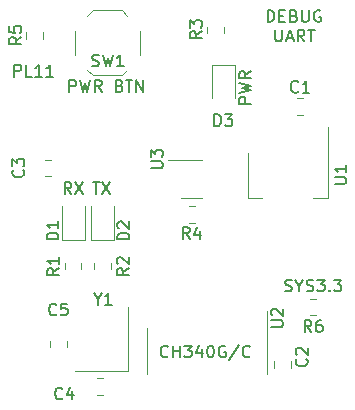
<source format=gbr>
G04 #@! TF.GenerationSoftware,KiCad,Pcbnew,5.1.6*
G04 #@! TF.CreationDate,2020-06-22T00:18:59+03:00*
G04 #@! TF.ProjectId,nanopicore_debug,6e616e6f-7069-4636-9f72-655f64656275,rev?*
G04 #@! TF.SameCoordinates,Original*
G04 #@! TF.FileFunction,Legend,Top*
G04 #@! TF.FilePolarity,Positive*
%FSLAX46Y46*%
G04 Gerber Fmt 4.6, Leading zero omitted, Abs format (unit mm)*
G04 Created by KiCad (PCBNEW 5.1.6) date 2020-06-22 00:18:59*
%MOMM*%
%LPD*%
G01*
G04 APERTURE LIST*
%ADD10C,0.150000*%
%ADD11C,0.120000*%
G04 APERTURE END LIST*
D10*
X80192952Y-50744380D02*
X80192952Y-49744380D01*
X80573904Y-49744380D01*
X80669142Y-49792000D01*
X80716761Y-49839619D01*
X80764380Y-49934857D01*
X80764380Y-50077714D01*
X80716761Y-50172952D01*
X80669142Y-50220571D01*
X80573904Y-50268190D01*
X80192952Y-50268190D01*
X81097714Y-49744380D02*
X81335809Y-50744380D01*
X81526285Y-50030095D01*
X81716761Y-50744380D01*
X81954857Y-49744380D01*
X82907238Y-50744380D02*
X82573904Y-50268190D01*
X82335809Y-50744380D02*
X82335809Y-49744380D01*
X82716761Y-49744380D01*
X82812000Y-49792000D01*
X82859619Y-49839619D01*
X82907238Y-49934857D01*
X82907238Y-50077714D01*
X82859619Y-50172952D01*
X82812000Y-50220571D01*
X82716761Y-50268190D01*
X82335809Y-50268190D01*
X84431047Y-50220571D02*
X84573904Y-50268190D01*
X84621523Y-50315809D01*
X84669142Y-50411047D01*
X84669142Y-50553904D01*
X84621523Y-50649142D01*
X84573904Y-50696761D01*
X84478666Y-50744380D01*
X84097714Y-50744380D01*
X84097714Y-49744380D01*
X84431047Y-49744380D01*
X84526285Y-49792000D01*
X84573904Y-49839619D01*
X84621523Y-49934857D01*
X84621523Y-50030095D01*
X84573904Y-50125333D01*
X84526285Y-50172952D01*
X84431047Y-50220571D01*
X84097714Y-50220571D01*
X84954857Y-49744380D02*
X85526285Y-49744380D01*
X85240571Y-50744380D02*
X85240571Y-49744380D01*
X85859619Y-50744380D02*
X85859619Y-49744380D01*
X86431047Y-50744380D01*
X86431047Y-49744380D01*
X98457047Y-67587761D02*
X98599904Y-67635380D01*
X98838000Y-67635380D01*
X98933238Y-67587761D01*
X98980857Y-67540142D01*
X99028476Y-67444904D01*
X99028476Y-67349666D01*
X98980857Y-67254428D01*
X98933238Y-67206809D01*
X98838000Y-67159190D01*
X98647523Y-67111571D01*
X98552285Y-67063952D01*
X98504666Y-67016333D01*
X98457047Y-66921095D01*
X98457047Y-66825857D01*
X98504666Y-66730619D01*
X98552285Y-66683000D01*
X98647523Y-66635380D01*
X98885619Y-66635380D01*
X99028476Y-66683000D01*
X99647523Y-67159190D02*
X99647523Y-67635380D01*
X99314190Y-66635380D02*
X99647523Y-67159190D01*
X99980857Y-66635380D01*
X100266571Y-67587761D02*
X100409428Y-67635380D01*
X100647523Y-67635380D01*
X100742761Y-67587761D01*
X100790380Y-67540142D01*
X100838000Y-67444904D01*
X100838000Y-67349666D01*
X100790380Y-67254428D01*
X100742761Y-67206809D01*
X100647523Y-67159190D01*
X100457047Y-67111571D01*
X100361809Y-67063952D01*
X100314190Y-67016333D01*
X100266571Y-66921095D01*
X100266571Y-66825857D01*
X100314190Y-66730619D01*
X100361809Y-66683000D01*
X100457047Y-66635380D01*
X100695142Y-66635380D01*
X100838000Y-66683000D01*
X101171333Y-66635380D02*
X101790380Y-66635380D01*
X101457047Y-67016333D01*
X101599904Y-67016333D01*
X101695142Y-67063952D01*
X101742761Y-67111571D01*
X101790380Y-67206809D01*
X101790380Y-67444904D01*
X101742761Y-67540142D01*
X101695142Y-67587761D01*
X101599904Y-67635380D01*
X101314190Y-67635380D01*
X101218952Y-67587761D01*
X101171333Y-67540142D01*
X102218952Y-67540142D02*
X102266571Y-67587761D01*
X102218952Y-67635380D01*
X102171333Y-67587761D01*
X102218952Y-67540142D01*
X102218952Y-67635380D01*
X102599904Y-66635380D02*
X103218952Y-66635380D01*
X102885619Y-67016333D01*
X103028476Y-67016333D01*
X103123714Y-67063952D01*
X103171333Y-67111571D01*
X103218952Y-67206809D01*
X103218952Y-67444904D01*
X103171333Y-67540142D01*
X103123714Y-67587761D01*
X103028476Y-67635380D01*
X102742761Y-67635380D01*
X102647523Y-67587761D01*
X102599904Y-67540142D01*
X75530952Y-49452380D02*
X75530952Y-48452380D01*
X75911904Y-48452380D01*
X76007142Y-48500000D01*
X76054761Y-48547619D01*
X76102380Y-48642857D01*
X76102380Y-48785714D01*
X76054761Y-48880952D01*
X76007142Y-48928571D01*
X75911904Y-48976190D01*
X75530952Y-48976190D01*
X77007142Y-49452380D02*
X76530952Y-49452380D01*
X76530952Y-48452380D01*
X77864285Y-49452380D02*
X77292857Y-49452380D01*
X77578571Y-49452380D02*
X77578571Y-48452380D01*
X77483333Y-48595238D01*
X77388095Y-48690476D01*
X77292857Y-48738095D01*
X78816666Y-49452380D02*
X78245238Y-49452380D01*
X78530952Y-49452380D02*
X78530952Y-48452380D01*
X78435714Y-48595238D01*
X78340476Y-48690476D01*
X78245238Y-48738095D01*
X96961904Y-44827380D02*
X96961904Y-43827380D01*
X97200000Y-43827380D01*
X97342857Y-43875000D01*
X97438095Y-43970238D01*
X97485714Y-44065476D01*
X97533333Y-44255952D01*
X97533333Y-44398809D01*
X97485714Y-44589285D01*
X97438095Y-44684523D01*
X97342857Y-44779761D01*
X97200000Y-44827380D01*
X96961904Y-44827380D01*
X97961904Y-44303571D02*
X98295238Y-44303571D01*
X98438095Y-44827380D02*
X97961904Y-44827380D01*
X97961904Y-43827380D01*
X98438095Y-43827380D01*
X99200000Y-44303571D02*
X99342857Y-44351190D01*
X99390476Y-44398809D01*
X99438095Y-44494047D01*
X99438095Y-44636904D01*
X99390476Y-44732142D01*
X99342857Y-44779761D01*
X99247619Y-44827380D01*
X98866666Y-44827380D01*
X98866666Y-43827380D01*
X99200000Y-43827380D01*
X99295238Y-43875000D01*
X99342857Y-43922619D01*
X99390476Y-44017857D01*
X99390476Y-44113095D01*
X99342857Y-44208333D01*
X99295238Y-44255952D01*
X99200000Y-44303571D01*
X98866666Y-44303571D01*
X99866666Y-43827380D02*
X99866666Y-44636904D01*
X99914285Y-44732142D01*
X99961904Y-44779761D01*
X100057142Y-44827380D01*
X100247619Y-44827380D01*
X100342857Y-44779761D01*
X100390476Y-44732142D01*
X100438095Y-44636904D01*
X100438095Y-43827380D01*
X101438095Y-43875000D02*
X101342857Y-43827380D01*
X101200000Y-43827380D01*
X101057142Y-43875000D01*
X100961904Y-43970238D01*
X100914285Y-44065476D01*
X100866666Y-44255952D01*
X100866666Y-44398809D01*
X100914285Y-44589285D01*
X100961904Y-44684523D01*
X101057142Y-44779761D01*
X101200000Y-44827380D01*
X101295238Y-44827380D01*
X101438095Y-44779761D01*
X101485714Y-44732142D01*
X101485714Y-44398809D01*
X101295238Y-44398809D01*
X97604761Y-45477380D02*
X97604761Y-46286904D01*
X97652380Y-46382142D01*
X97700000Y-46429761D01*
X97795238Y-46477380D01*
X97985714Y-46477380D01*
X98080952Y-46429761D01*
X98128571Y-46382142D01*
X98176190Y-46286904D01*
X98176190Y-45477380D01*
X98604761Y-46191666D02*
X99080952Y-46191666D01*
X98509523Y-46477380D02*
X98842857Y-45477380D01*
X99176190Y-46477380D01*
X100080952Y-46477380D02*
X99747619Y-46001190D01*
X99509523Y-46477380D02*
X99509523Y-45477380D01*
X99890476Y-45477380D01*
X99985714Y-45525000D01*
X100033333Y-45572619D01*
X100080952Y-45667857D01*
X100080952Y-45810714D01*
X100033333Y-45905952D01*
X99985714Y-45953571D01*
X99890476Y-46001190D01*
X99509523Y-46001190D01*
X100366666Y-45477380D02*
X100938095Y-45477380D01*
X100652380Y-46477380D02*
X100652380Y-45477380D01*
X95552380Y-51733333D02*
X94552380Y-51733333D01*
X94552380Y-51352380D01*
X94600000Y-51257142D01*
X94647619Y-51209523D01*
X94742857Y-51161904D01*
X94885714Y-51161904D01*
X94980952Y-51209523D01*
X95028571Y-51257142D01*
X95076190Y-51352380D01*
X95076190Y-51733333D01*
X94552380Y-50828571D02*
X95552380Y-50590476D01*
X94838095Y-50400000D01*
X95552380Y-50209523D01*
X94552380Y-49971428D01*
X95552380Y-49019047D02*
X95076190Y-49352380D01*
X95552380Y-49590476D02*
X94552380Y-49590476D01*
X94552380Y-49209523D01*
X94600000Y-49114285D01*
X94647619Y-49066666D01*
X94742857Y-49019047D01*
X94885714Y-49019047D01*
X94980952Y-49066666D01*
X95028571Y-49114285D01*
X95076190Y-49209523D01*
X95076190Y-49590476D01*
X82169095Y-58380380D02*
X82740523Y-58380380D01*
X82454809Y-59380380D02*
X82454809Y-58380380D01*
X82978619Y-58380380D02*
X83645285Y-59380380D01*
X83645285Y-58380380D02*
X82978619Y-59380380D01*
X80351333Y-59380380D02*
X80018000Y-58904190D01*
X79779904Y-59380380D02*
X79779904Y-58380380D01*
X80160857Y-58380380D01*
X80256095Y-58428000D01*
X80303714Y-58475619D01*
X80351333Y-58570857D01*
X80351333Y-58713714D01*
X80303714Y-58808952D01*
X80256095Y-58856571D01*
X80160857Y-58904190D01*
X79779904Y-58904190D01*
X80684666Y-58380380D02*
X81351333Y-59380380D01*
X81351333Y-58380380D02*
X80684666Y-59380380D01*
D11*
X101099252Y-68251000D02*
X100576748Y-68251000D01*
X101099252Y-69671000D02*
X100576748Y-69671000D01*
X96906400Y-72720200D02*
X96906400Y-69270200D01*
X96906400Y-72720200D02*
X96906400Y-74670200D01*
X86786400Y-72720200D02*
X86786400Y-70770200D01*
X86786400Y-72720200D02*
X86786400Y-74670200D01*
X82150000Y-43850000D02*
X84650000Y-43850000D01*
X80650000Y-45600000D02*
X80650000Y-47600000D01*
X82150000Y-49350000D02*
X84650000Y-49350000D01*
X86150000Y-45600000D02*
X86150000Y-47600000D01*
X81700000Y-44300000D02*
X82150000Y-43850000D01*
X85100000Y-44300000D02*
X84650000Y-43850000D01*
X85100000Y-48900000D02*
X84650000Y-49350000D01*
X81700000Y-48900000D02*
X82150000Y-49350000D01*
X76490000Y-45713748D02*
X76490000Y-46236252D01*
X77910000Y-45713748D02*
X77910000Y-46236252D01*
X80674000Y-74402000D02*
X85174000Y-74402000D01*
X85174000Y-74402000D02*
X85174000Y-69002000D01*
X91451000Y-56490000D02*
X88501000Y-56490000D01*
X89651000Y-59710000D02*
X91451000Y-59710000D01*
X102089000Y-53685000D02*
X102089000Y-59695000D01*
X95269000Y-55935000D02*
X95269000Y-59695000D01*
X102089000Y-59695000D02*
X100829000Y-59695000D01*
X95269000Y-59695000D02*
X96529000Y-59695000D01*
X90288748Y-60390000D02*
X90811252Y-60390000D01*
X90288748Y-61810000D02*
X90811252Y-61810000D01*
X91822200Y-45239148D02*
X91822200Y-45761652D01*
X93242200Y-45239148D02*
X93242200Y-45761652D01*
X83710000Y-65786252D02*
X83710000Y-65263748D01*
X82290000Y-65786252D02*
X82290000Y-65263748D01*
X81210000Y-65786252D02*
X81210000Y-65263748D01*
X79790000Y-65786252D02*
X79790000Y-65263748D01*
X92258000Y-48432000D02*
X92258000Y-51292000D01*
X94178000Y-48432000D02*
X92258000Y-48432000D01*
X94178000Y-51292000D02*
X94178000Y-48432000D01*
X83941800Y-63285000D02*
X83941800Y-60425000D01*
X82021800Y-63285000D02*
X83941800Y-63285000D01*
X82021800Y-60425000D02*
X82021800Y-63285000D01*
X81478000Y-63285000D02*
X81478000Y-60425000D01*
X79558000Y-63285000D02*
X81478000Y-63285000D01*
X79558000Y-60425000D02*
X79558000Y-63285000D01*
X79958000Y-71865748D02*
X79958000Y-72388252D01*
X78538000Y-71865748D02*
X78538000Y-72388252D01*
X83056252Y-76402000D02*
X82533748Y-76402000D01*
X83056252Y-74982000D02*
X82533748Y-74982000D01*
X78636252Y-56490000D02*
X78113748Y-56490000D01*
X78636252Y-57910000D02*
X78113748Y-57910000D01*
X97490000Y-73563748D02*
X97490000Y-74086252D01*
X98910000Y-73563748D02*
X98910000Y-74086252D01*
X99463748Y-52710000D02*
X99986252Y-52710000D01*
X99463748Y-51290000D02*
X99986252Y-51290000D01*
D10*
X100671333Y-71063380D02*
X100338000Y-70587190D01*
X100099904Y-71063380D02*
X100099904Y-70063380D01*
X100480857Y-70063380D01*
X100576095Y-70111000D01*
X100623714Y-70158619D01*
X100671333Y-70253857D01*
X100671333Y-70396714D01*
X100623714Y-70491952D01*
X100576095Y-70539571D01*
X100480857Y-70587190D01*
X100099904Y-70587190D01*
X101528476Y-70063380D02*
X101338000Y-70063380D01*
X101242761Y-70111000D01*
X101195142Y-70158619D01*
X101099904Y-70301476D01*
X101052285Y-70491952D01*
X101052285Y-70872904D01*
X101099904Y-70968142D01*
X101147523Y-71015761D01*
X101242761Y-71063380D01*
X101433238Y-71063380D01*
X101528476Y-71015761D01*
X101576095Y-70968142D01*
X101623714Y-70872904D01*
X101623714Y-70634809D01*
X101576095Y-70539571D01*
X101528476Y-70491952D01*
X101433238Y-70444333D01*
X101242761Y-70444333D01*
X101147523Y-70491952D01*
X101099904Y-70539571D01*
X101052285Y-70634809D01*
X97252380Y-70661904D02*
X98061904Y-70661904D01*
X98157142Y-70614285D01*
X98204761Y-70566666D01*
X98252380Y-70471428D01*
X98252380Y-70280952D01*
X98204761Y-70185714D01*
X98157142Y-70138095D01*
X98061904Y-70090476D01*
X97252380Y-70090476D01*
X97347619Y-69661904D02*
X97300000Y-69614285D01*
X97252380Y-69519047D01*
X97252380Y-69280952D01*
X97300000Y-69185714D01*
X97347619Y-69138095D01*
X97442857Y-69090476D01*
X97538095Y-69090476D01*
X97680952Y-69138095D01*
X98252380Y-69709523D01*
X98252380Y-69090476D01*
X88527333Y-73128142D02*
X88479714Y-73175761D01*
X88336857Y-73223380D01*
X88241619Y-73223380D01*
X88098761Y-73175761D01*
X88003523Y-73080523D01*
X87955904Y-72985285D01*
X87908285Y-72794809D01*
X87908285Y-72651952D01*
X87955904Y-72461476D01*
X88003523Y-72366238D01*
X88098761Y-72271000D01*
X88241619Y-72223380D01*
X88336857Y-72223380D01*
X88479714Y-72271000D01*
X88527333Y-72318619D01*
X88955904Y-73223380D02*
X88955904Y-72223380D01*
X88955904Y-72699571D02*
X89527333Y-72699571D01*
X89527333Y-73223380D02*
X89527333Y-72223380D01*
X89908285Y-72223380D02*
X90527333Y-72223380D01*
X90194000Y-72604333D01*
X90336857Y-72604333D01*
X90432095Y-72651952D01*
X90479714Y-72699571D01*
X90527333Y-72794809D01*
X90527333Y-73032904D01*
X90479714Y-73128142D01*
X90432095Y-73175761D01*
X90336857Y-73223380D01*
X90051142Y-73223380D01*
X89955904Y-73175761D01*
X89908285Y-73128142D01*
X91384476Y-72556714D02*
X91384476Y-73223380D01*
X91146380Y-72175761D02*
X90908285Y-72890047D01*
X91527333Y-72890047D01*
X92098761Y-72223380D02*
X92194000Y-72223380D01*
X92289238Y-72271000D01*
X92336857Y-72318619D01*
X92384476Y-72413857D01*
X92432095Y-72604333D01*
X92432095Y-72842428D01*
X92384476Y-73032904D01*
X92336857Y-73128142D01*
X92289238Y-73175761D01*
X92194000Y-73223380D01*
X92098761Y-73223380D01*
X92003523Y-73175761D01*
X91955904Y-73128142D01*
X91908285Y-73032904D01*
X91860666Y-72842428D01*
X91860666Y-72604333D01*
X91908285Y-72413857D01*
X91955904Y-72318619D01*
X92003523Y-72271000D01*
X92098761Y-72223380D01*
X93384476Y-72271000D02*
X93289238Y-72223380D01*
X93146380Y-72223380D01*
X93003523Y-72271000D01*
X92908285Y-72366238D01*
X92860666Y-72461476D01*
X92813047Y-72651952D01*
X92813047Y-72794809D01*
X92860666Y-72985285D01*
X92908285Y-73080523D01*
X93003523Y-73175761D01*
X93146380Y-73223380D01*
X93241619Y-73223380D01*
X93384476Y-73175761D01*
X93432095Y-73128142D01*
X93432095Y-72794809D01*
X93241619Y-72794809D01*
X94574952Y-72175761D02*
X93717809Y-73461476D01*
X95479714Y-73128142D02*
X95432095Y-73175761D01*
X95289238Y-73223380D01*
X95194000Y-73223380D01*
X95051142Y-73175761D01*
X94955904Y-73080523D01*
X94908285Y-72985285D01*
X94860666Y-72794809D01*
X94860666Y-72651952D01*
X94908285Y-72461476D01*
X94955904Y-72366238D01*
X95051142Y-72271000D01*
X95194000Y-72223380D01*
X95289238Y-72223380D01*
X95432095Y-72271000D01*
X95479714Y-72318619D01*
X82105666Y-48537761D02*
X82248523Y-48585380D01*
X82486619Y-48585380D01*
X82581857Y-48537761D01*
X82629476Y-48490142D01*
X82677095Y-48394904D01*
X82677095Y-48299666D01*
X82629476Y-48204428D01*
X82581857Y-48156809D01*
X82486619Y-48109190D01*
X82296142Y-48061571D01*
X82200904Y-48013952D01*
X82153285Y-47966333D01*
X82105666Y-47871095D01*
X82105666Y-47775857D01*
X82153285Y-47680619D01*
X82200904Y-47633000D01*
X82296142Y-47585380D01*
X82534238Y-47585380D01*
X82677095Y-47633000D01*
X83010428Y-47585380D02*
X83248523Y-48585380D01*
X83439000Y-47871095D01*
X83629476Y-48585380D01*
X83867571Y-47585380D01*
X84772333Y-48585380D02*
X84200904Y-48585380D01*
X84486619Y-48585380D02*
X84486619Y-47585380D01*
X84391380Y-47728238D01*
X84296142Y-47823476D01*
X84200904Y-47871095D01*
X76102380Y-46116666D02*
X75626190Y-46450000D01*
X76102380Y-46688095D02*
X75102380Y-46688095D01*
X75102380Y-46307142D01*
X75150000Y-46211904D01*
X75197619Y-46164285D01*
X75292857Y-46116666D01*
X75435714Y-46116666D01*
X75530952Y-46164285D01*
X75578571Y-46211904D01*
X75626190Y-46307142D01*
X75626190Y-46688095D01*
X75102380Y-45211904D02*
X75102380Y-45688095D01*
X75578571Y-45735714D01*
X75530952Y-45688095D01*
X75483333Y-45592857D01*
X75483333Y-45354761D01*
X75530952Y-45259523D01*
X75578571Y-45211904D01*
X75673809Y-45164285D01*
X75911904Y-45164285D01*
X76007142Y-45211904D01*
X76054761Y-45259523D01*
X76102380Y-45354761D01*
X76102380Y-45592857D01*
X76054761Y-45688095D01*
X76007142Y-45735714D01*
X82581809Y-68302190D02*
X82581809Y-68778380D01*
X82248476Y-67778380D02*
X82581809Y-68302190D01*
X82915142Y-67778380D01*
X83772285Y-68778380D02*
X83200857Y-68778380D01*
X83486571Y-68778380D02*
X83486571Y-67778380D01*
X83391333Y-67921238D01*
X83296095Y-68016476D01*
X83200857Y-68064095D01*
X87082380Y-57210904D02*
X87891904Y-57210904D01*
X87987142Y-57163285D01*
X88034761Y-57115666D01*
X88082380Y-57020428D01*
X88082380Y-56829952D01*
X88034761Y-56734714D01*
X87987142Y-56687095D01*
X87891904Y-56639476D01*
X87082380Y-56639476D01*
X87082380Y-56258523D02*
X87082380Y-55639476D01*
X87463333Y-55972809D01*
X87463333Y-55829952D01*
X87510952Y-55734714D01*
X87558571Y-55687095D01*
X87653809Y-55639476D01*
X87891904Y-55639476D01*
X87987142Y-55687095D01*
X88034761Y-55734714D01*
X88082380Y-55829952D01*
X88082380Y-56115666D01*
X88034761Y-56210904D01*
X87987142Y-56258523D01*
X102631380Y-58546904D02*
X103440904Y-58546904D01*
X103536142Y-58499285D01*
X103583761Y-58451666D01*
X103631380Y-58356428D01*
X103631380Y-58165952D01*
X103583761Y-58070714D01*
X103536142Y-58023095D01*
X103440904Y-57975476D01*
X102631380Y-57975476D01*
X103631380Y-56975476D02*
X103631380Y-57546904D01*
X103631380Y-57261190D02*
X102631380Y-57261190D01*
X102774238Y-57356428D01*
X102869476Y-57451666D01*
X102917095Y-57546904D01*
X90358333Y-63202380D02*
X90025000Y-62726190D01*
X89786904Y-63202380D02*
X89786904Y-62202380D01*
X90167857Y-62202380D01*
X90263095Y-62250000D01*
X90310714Y-62297619D01*
X90358333Y-62392857D01*
X90358333Y-62535714D01*
X90310714Y-62630952D01*
X90263095Y-62678571D01*
X90167857Y-62726190D01*
X89786904Y-62726190D01*
X91215476Y-62535714D02*
X91215476Y-63202380D01*
X90977380Y-62154761D02*
X90739285Y-62869047D01*
X91358333Y-62869047D01*
X91384380Y-45632666D02*
X90908190Y-45966000D01*
X91384380Y-46204095D02*
X90384380Y-46204095D01*
X90384380Y-45823142D01*
X90432000Y-45727904D01*
X90479619Y-45680285D01*
X90574857Y-45632666D01*
X90717714Y-45632666D01*
X90812952Y-45680285D01*
X90860571Y-45727904D01*
X90908190Y-45823142D01*
X90908190Y-46204095D01*
X90384380Y-45299333D02*
X90384380Y-44680285D01*
X90765333Y-45013619D01*
X90765333Y-44870761D01*
X90812952Y-44775523D01*
X90860571Y-44727904D01*
X90955809Y-44680285D01*
X91193904Y-44680285D01*
X91289142Y-44727904D01*
X91336761Y-44775523D01*
X91384380Y-44870761D01*
X91384380Y-45156476D01*
X91336761Y-45251714D01*
X91289142Y-45299333D01*
X85192780Y-65691666D02*
X84716590Y-66025000D01*
X85192780Y-66263095D02*
X84192780Y-66263095D01*
X84192780Y-65882142D01*
X84240400Y-65786904D01*
X84288019Y-65739285D01*
X84383257Y-65691666D01*
X84526114Y-65691666D01*
X84621352Y-65739285D01*
X84668971Y-65786904D01*
X84716590Y-65882142D01*
X84716590Y-66263095D01*
X84288019Y-65310714D02*
X84240400Y-65263095D01*
X84192780Y-65167857D01*
X84192780Y-64929761D01*
X84240400Y-64834523D01*
X84288019Y-64786904D01*
X84383257Y-64739285D01*
X84478495Y-64739285D01*
X84621352Y-64786904D01*
X85192780Y-65358333D01*
X85192780Y-64739285D01*
X79302380Y-65691666D02*
X78826190Y-66025000D01*
X79302380Y-66263095D02*
X78302380Y-66263095D01*
X78302380Y-65882142D01*
X78350000Y-65786904D01*
X78397619Y-65739285D01*
X78492857Y-65691666D01*
X78635714Y-65691666D01*
X78730952Y-65739285D01*
X78778571Y-65786904D01*
X78826190Y-65882142D01*
X78826190Y-66263095D01*
X79302380Y-64739285D02*
X79302380Y-65310714D01*
X79302380Y-65025000D02*
X78302380Y-65025000D01*
X78445238Y-65120238D01*
X78540476Y-65215476D01*
X78588095Y-65310714D01*
X92461904Y-53652380D02*
X92461904Y-52652380D01*
X92700000Y-52652380D01*
X92842857Y-52700000D01*
X92938095Y-52795238D01*
X92985714Y-52890476D01*
X93033333Y-53080952D01*
X93033333Y-53223809D01*
X92985714Y-53414285D01*
X92938095Y-53509523D01*
X92842857Y-53604761D01*
X92700000Y-53652380D01*
X92461904Y-53652380D01*
X93366666Y-52652380D02*
X93985714Y-52652380D01*
X93652380Y-53033333D01*
X93795238Y-53033333D01*
X93890476Y-53080952D01*
X93938095Y-53128571D01*
X93985714Y-53223809D01*
X93985714Y-53461904D01*
X93938095Y-53557142D01*
X93890476Y-53604761D01*
X93795238Y-53652380D01*
X93509523Y-53652380D01*
X93414285Y-53604761D01*
X93366666Y-53557142D01*
X85252380Y-63238095D02*
X84252380Y-63238095D01*
X84252380Y-63000000D01*
X84300000Y-62857142D01*
X84395238Y-62761904D01*
X84490476Y-62714285D01*
X84680952Y-62666666D01*
X84823809Y-62666666D01*
X85014285Y-62714285D01*
X85109523Y-62761904D01*
X85204761Y-62857142D01*
X85252380Y-63000000D01*
X85252380Y-63238095D01*
X84347619Y-62285714D02*
X84300000Y-62238095D01*
X84252380Y-62142857D01*
X84252380Y-61904761D01*
X84300000Y-61809523D01*
X84347619Y-61761904D01*
X84442857Y-61714285D01*
X84538095Y-61714285D01*
X84680952Y-61761904D01*
X85252380Y-62333333D01*
X85252380Y-61714285D01*
X79252380Y-63238095D02*
X78252380Y-63238095D01*
X78252380Y-63000000D01*
X78300000Y-62857142D01*
X78395238Y-62761904D01*
X78490476Y-62714285D01*
X78680952Y-62666666D01*
X78823809Y-62666666D01*
X79014285Y-62714285D01*
X79109523Y-62761904D01*
X79204761Y-62857142D01*
X79252380Y-63000000D01*
X79252380Y-63238095D01*
X79252380Y-61714285D02*
X79252380Y-62285714D01*
X79252380Y-62000000D02*
X78252380Y-62000000D01*
X78395238Y-62095238D01*
X78490476Y-62190476D01*
X78538095Y-62285714D01*
X79081333Y-69572142D02*
X79033714Y-69619761D01*
X78890857Y-69667380D01*
X78795619Y-69667380D01*
X78652761Y-69619761D01*
X78557523Y-69524523D01*
X78509904Y-69429285D01*
X78462285Y-69238809D01*
X78462285Y-69095952D01*
X78509904Y-68905476D01*
X78557523Y-68810238D01*
X78652761Y-68715000D01*
X78795619Y-68667380D01*
X78890857Y-68667380D01*
X79033714Y-68715000D01*
X79081333Y-68762619D01*
X79986095Y-68667380D02*
X79509904Y-68667380D01*
X79462285Y-69143571D01*
X79509904Y-69095952D01*
X79605142Y-69048333D01*
X79843238Y-69048333D01*
X79938476Y-69095952D01*
X79986095Y-69143571D01*
X80033714Y-69238809D01*
X80033714Y-69476904D01*
X79986095Y-69572142D01*
X79938476Y-69619761D01*
X79843238Y-69667380D01*
X79605142Y-69667380D01*
X79509904Y-69619761D01*
X79462285Y-69572142D01*
X79589333Y-76684142D02*
X79541714Y-76731761D01*
X79398857Y-76779380D01*
X79303619Y-76779380D01*
X79160761Y-76731761D01*
X79065523Y-76636523D01*
X79017904Y-76541285D01*
X78970285Y-76350809D01*
X78970285Y-76207952D01*
X79017904Y-76017476D01*
X79065523Y-75922238D01*
X79160761Y-75827000D01*
X79303619Y-75779380D01*
X79398857Y-75779380D01*
X79541714Y-75827000D01*
X79589333Y-75874619D01*
X80446476Y-76112714D02*
X80446476Y-76779380D01*
X80208380Y-75731761D02*
X79970285Y-76446047D01*
X80589333Y-76446047D01*
X76257142Y-57366666D02*
X76304761Y-57414285D01*
X76352380Y-57557142D01*
X76352380Y-57652380D01*
X76304761Y-57795238D01*
X76209523Y-57890476D01*
X76114285Y-57938095D01*
X75923809Y-57985714D01*
X75780952Y-57985714D01*
X75590476Y-57938095D01*
X75495238Y-57890476D01*
X75400000Y-57795238D01*
X75352380Y-57652380D01*
X75352380Y-57557142D01*
X75400000Y-57414285D01*
X75447619Y-57366666D01*
X75352380Y-57033333D02*
X75352380Y-56414285D01*
X75733333Y-56747619D01*
X75733333Y-56604761D01*
X75780952Y-56509523D01*
X75828571Y-56461904D01*
X75923809Y-56414285D01*
X76161904Y-56414285D01*
X76257142Y-56461904D01*
X76304761Y-56509523D01*
X76352380Y-56604761D01*
X76352380Y-56890476D01*
X76304761Y-56985714D01*
X76257142Y-57033333D01*
X100257142Y-73366666D02*
X100304761Y-73414285D01*
X100352380Y-73557142D01*
X100352380Y-73652380D01*
X100304761Y-73795238D01*
X100209523Y-73890476D01*
X100114285Y-73938095D01*
X99923809Y-73985714D01*
X99780952Y-73985714D01*
X99590476Y-73938095D01*
X99495238Y-73890476D01*
X99400000Y-73795238D01*
X99352380Y-73652380D01*
X99352380Y-73557142D01*
X99400000Y-73414285D01*
X99447619Y-73366666D01*
X99447619Y-72985714D02*
X99400000Y-72938095D01*
X99352380Y-72842857D01*
X99352380Y-72604761D01*
X99400000Y-72509523D01*
X99447619Y-72461904D01*
X99542857Y-72414285D01*
X99638095Y-72414285D01*
X99780952Y-72461904D01*
X100352380Y-73033333D01*
X100352380Y-72414285D01*
X99558333Y-50707142D02*
X99510714Y-50754761D01*
X99367857Y-50802380D01*
X99272619Y-50802380D01*
X99129761Y-50754761D01*
X99034523Y-50659523D01*
X98986904Y-50564285D01*
X98939285Y-50373809D01*
X98939285Y-50230952D01*
X98986904Y-50040476D01*
X99034523Y-49945238D01*
X99129761Y-49850000D01*
X99272619Y-49802380D01*
X99367857Y-49802380D01*
X99510714Y-49850000D01*
X99558333Y-49897619D01*
X100510714Y-50802380D02*
X99939285Y-50802380D01*
X100225000Y-50802380D02*
X100225000Y-49802380D01*
X100129761Y-49945238D01*
X100034523Y-50040476D01*
X99939285Y-50088095D01*
M02*

</source>
